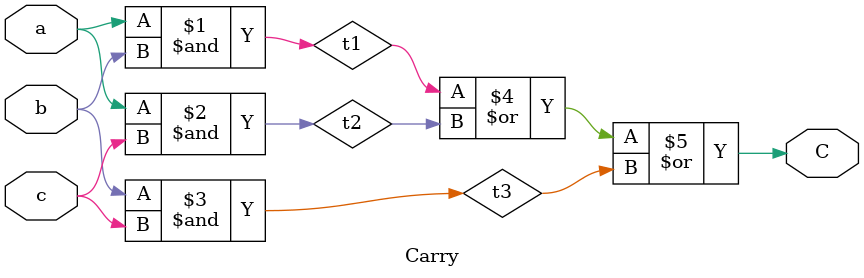
<source format=v>
`timescale 1ns/1ps

module Carry(a, b, c, C);
input a, b, c;
output C;
wire t1, t2, t3;

and A1(t1, a, b);
and A2(t2, a, c);
and A3(t3, b, c);
or O(C, t1, t2, t3);

endmodule

</source>
